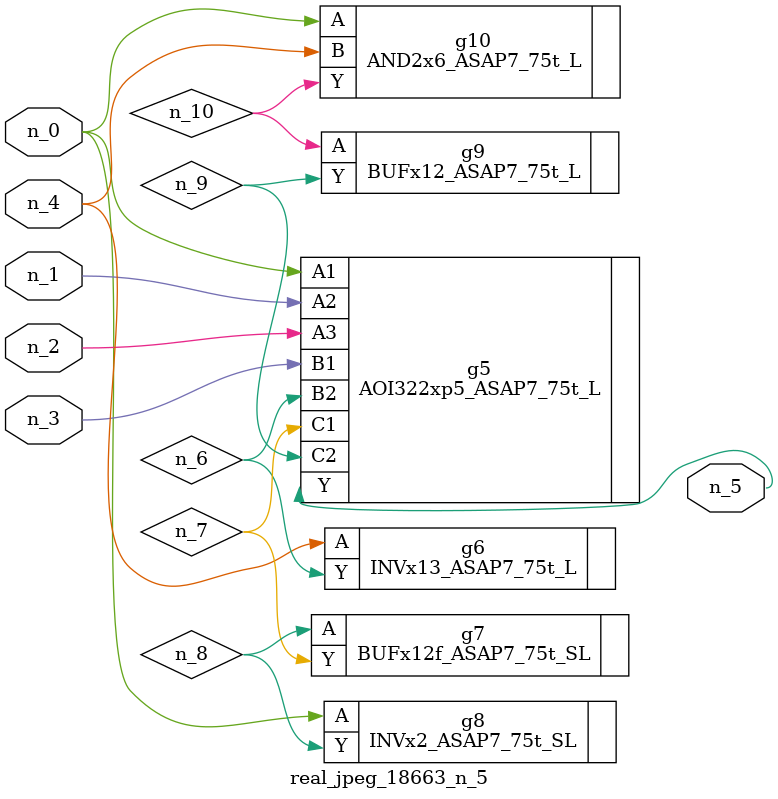
<source format=v>
module real_jpeg_18663_n_5 (n_4, n_0, n_1, n_2, n_3, n_5);

input n_4;
input n_0;
input n_1;
input n_2;
input n_3;

output n_5;

wire n_8;
wire n_6;
wire n_7;
wire n_10;
wire n_9;

AOI322xp5_ASAP7_75t_L g5 ( 
.A1(n_0),
.A2(n_1),
.A3(n_2),
.B1(n_3),
.B2(n_6),
.C1(n_7),
.C2(n_9),
.Y(n_5)
);

INVx2_ASAP7_75t_SL g8 ( 
.A(n_0),
.Y(n_8)
);

AND2x6_ASAP7_75t_L g10 ( 
.A(n_0),
.B(n_4),
.Y(n_10)
);

INVx13_ASAP7_75t_L g6 ( 
.A(n_4),
.Y(n_6)
);

BUFx12f_ASAP7_75t_SL g7 ( 
.A(n_8),
.Y(n_7)
);

BUFx12_ASAP7_75t_L g9 ( 
.A(n_10),
.Y(n_9)
);


endmodule
</source>
